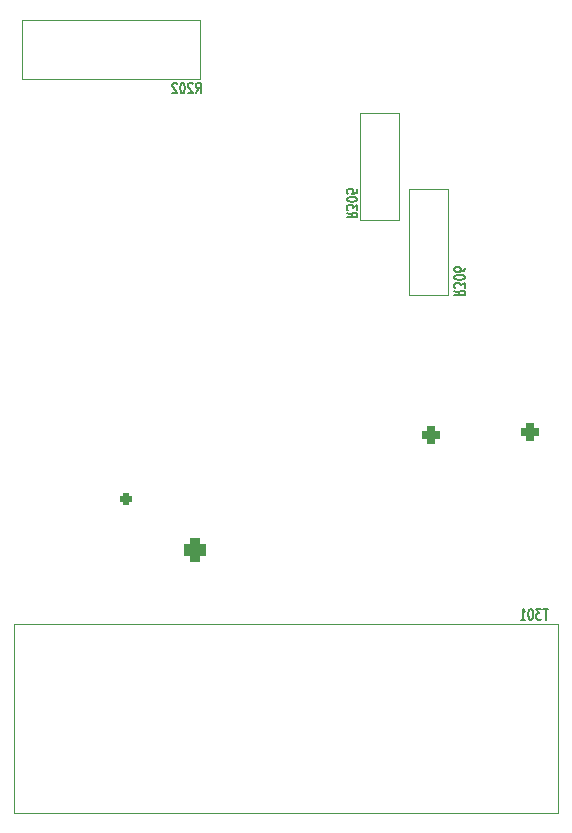
<source format=gbr>
%TF.GenerationSoftware,KiCad,Pcbnew,8.0.6-1.fc40*%
%TF.CreationDate,2024-12-16T09:47:34-08:00*%
%TF.ProjectId,energy_meter,656e6572-6779-45f6-9d65-7465722e6b69,0*%
%TF.SameCoordinates,Original*%
%TF.FileFunction,Legend,Bot*%
%TF.FilePolarity,Positive*%
%FSLAX46Y46*%
G04 Gerber Fmt 4.6, Leading zero omitted, Abs format (unit mm)*
G04 Created by KiCad (PCBNEW 8.0.6-1.fc40) date 2024-12-16 09:47:34*
%MOMM*%
%LPD*%
G01*
G04 APERTURE LIST*
G04 Aperture macros list*
%AMRoundRect*
0 Rectangle with rounded corners*
0 $1 Rounding radius*
0 $2 $3 $4 $5 $6 $7 $8 $9 X,Y pos of 4 corners*
0 Add a 4 corners polygon primitive as box body*
4,1,4,$2,$3,$4,$5,$6,$7,$8,$9,$2,$3,0*
0 Add four circle primitives for the rounded corners*
1,1,$1+$1,$2,$3*
1,1,$1+$1,$4,$5*
1,1,$1+$1,$6,$7*
1,1,$1+$1,$8,$9*
0 Add four rect primitives between the rounded corners*
20,1,$1+$1,$2,$3,$4,$5,0*
20,1,$1+$1,$4,$5,$6,$7,0*
20,1,$1+$1,$6,$7,$8,$9,0*
20,1,$1+$1,$8,$9,$2,$3,0*%
G04 Aperture macros list end*
%ADD10C,0.153000*%
%ADD11C,0.100000*%
%ADD12RoundRect,0.250000X0.250000X-0.250000X0.250000X0.250000X-0.250000X0.250000X-0.250000X-0.250000X0*%
%ADD13C,1.000000*%
%ADD14RoundRect,0.375000X-0.375000X0.375000X-0.375000X-0.375000X0.375000X-0.375000X0.375000X0.375000X0*%
%ADD15C,1.500000*%
%ADD16C,1.400000*%
%ADD17RoundRect,0.450000X-0.450000X-0.550000X0.450000X-0.550000X0.450000X0.550000X-0.450000X0.550000X0*%
%ADD18C,1.800000*%
%ADD19C,2.500000*%
G04 APERTURE END LIST*
D10*
X162200000Y-94258401D02*
X161800000Y-94258401D01*
X162000000Y-95158401D02*
X162000000Y-94258401D01*
X161633334Y-94258401D02*
X161200000Y-94258401D01*
X161200000Y-94258401D02*
X161433334Y-94601258D01*
X161433334Y-94601258D02*
X161333334Y-94601258D01*
X161333334Y-94601258D02*
X161266667Y-94644115D01*
X161266667Y-94644115D02*
X161233334Y-94686972D01*
X161233334Y-94686972D02*
X161200000Y-94772686D01*
X161200000Y-94772686D02*
X161200000Y-94986972D01*
X161200000Y-94986972D02*
X161233334Y-95072686D01*
X161233334Y-95072686D02*
X161266667Y-95115544D01*
X161266667Y-95115544D02*
X161333334Y-95158401D01*
X161333334Y-95158401D02*
X161533334Y-95158401D01*
X161533334Y-95158401D02*
X161600000Y-95115544D01*
X161600000Y-95115544D02*
X161633334Y-95072686D01*
X160766667Y-94258401D02*
X160700000Y-94258401D01*
X160700000Y-94258401D02*
X160633333Y-94301258D01*
X160633333Y-94301258D02*
X160600000Y-94344115D01*
X160600000Y-94344115D02*
X160566667Y-94429829D01*
X160566667Y-94429829D02*
X160533333Y-94601258D01*
X160533333Y-94601258D02*
X160533333Y-94815544D01*
X160533333Y-94815544D02*
X160566667Y-94986972D01*
X160566667Y-94986972D02*
X160600000Y-95072686D01*
X160600000Y-95072686D02*
X160633333Y-95115544D01*
X160633333Y-95115544D02*
X160700000Y-95158401D01*
X160700000Y-95158401D02*
X160766667Y-95158401D01*
X160766667Y-95158401D02*
X160833333Y-95115544D01*
X160833333Y-95115544D02*
X160866667Y-95072686D01*
X160866667Y-95072686D02*
X160900000Y-94986972D01*
X160900000Y-94986972D02*
X160933333Y-94815544D01*
X160933333Y-94815544D02*
X160933333Y-94601258D01*
X160933333Y-94601258D02*
X160900000Y-94429829D01*
X160900000Y-94429829D02*
X160866667Y-94344115D01*
X160866667Y-94344115D02*
X160833333Y-94301258D01*
X160833333Y-94301258D02*
X160766667Y-94258401D01*
X159866666Y-95158401D02*
X160266666Y-95158401D01*
X160066666Y-95158401D02*
X160066666Y-94258401D01*
X160066666Y-94258401D02*
X160133333Y-94386972D01*
X160133333Y-94386972D02*
X160200000Y-94472686D01*
X160200000Y-94472686D02*
X160266666Y-94515544D01*
X154241598Y-67308333D02*
X154670170Y-67541666D01*
X154241598Y-67708333D02*
X155141598Y-67708333D01*
X155141598Y-67708333D02*
X155141598Y-67441666D01*
X155141598Y-67441666D02*
X155098741Y-67375000D01*
X155098741Y-67375000D02*
X155055884Y-67341666D01*
X155055884Y-67341666D02*
X154970170Y-67308333D01*
X154970170Y-67308333D02*
X154841598Y-67308333D01*
X154841598Y-67308333D02*
X154755884Y-67341666D01*
X154755884Y-67341666D02*
X154713027Y-67375000D01*
X154713027Y-67375000D02*
X154670170Y-67441666D01*
X154670170Y-67441666D02*
X154670170Y-67708333D01*
X155141598Y-67075000D02*
X155141598Y-66641666D01*
X155141598Y-66641666D02*
X154798741Y-66875000D01*
X154798741Y-66875000D02*
X154798741Y-66775000D01*
X154798741Y-66775000D02*
X154755884Y-66708333D01*
X154755884Y-66708333D02*
X154713027Y-66675000D01*
X154713027Y-66675000D02*
X154627313Y-66641666D01*
X154627313Y-66641666D02*
X154413027Y-66641666D01*
X154413027Y-66641666D02*
X154327313Y-66675000D01*
X154327313Y-66675000D02*
X154284456Y-66708333D01*
X154284456Y-66708333D02*
X154241598Y-66775000D01*
X154241598Y-66775000D02*
X154241598Y-66975000D01*
X154241598Y-66975000D02*
X154284456Y-67041666D01*
X154284456Y-67041666D02*
X154327313Y-67075000D01*
X155141598Y-66208333D02*
X155141598Y-66141666D01*
X155141598Y-66141666D02*
X155098741Y-66074999D01*
X155098741Y-66074999D02*
X155055884Y-66041666D01*
X155055884Y-66041666D02*
X154970170Y-66008333D01*
X154970170Y-66008333D02*
X154798741Y-65974999D01*
X154798741Y-65974999D02*
X154584456Y-65974999D01*
X154584456Y-65974999D02*
X154413027Y-66008333D01*
X154413027Y-66008333D02*
X154327313Y-66041666D01*
X154327313Y-66041666D02*
X154284456Y-66074999D01*
X154284456Y-66074999D02*
X154241598Y-66141666D01*
X154241598Y-66141666D02*
X154241598Y-66208333D01*
X154241598Y-66208333D02*
X154284456Y-66274999D01*
X154284456Y-66274999D02*
X154327313Y-66308333D01*
X154327313Y-66308333D02*
X154413027Y-66341666D01*
X154413027Y-66341666D02*
X154584456Y-66374999D01*
X154584456Y-66374999D02*
X154798741Y-66374999D01*
X154798741Y-66374999D02*
X154970170Y-66341666D01*
X154970170Y-66341666D02*
X155055884Y-66308333D01*
X155055884Y-66308333D02*
X155098741Y-66274999D01*
X155098741Y-66274999D02*
X155141598Y-66208333D01*
X155141598Y-65374999D02*
X155141598Y-65508332D01*
X155141598Y-65508332D02*
X155098741Y-65574999D01*
X155098741Y-65574999D02*
X155055884Y-65608332D01*
X155055884Y-65608332D02*
X154927313Y-65674999D01*
X154927313Y-65674999D02*
X154755884Y-65708332D01*
X154755884Y-65708332D02*
X154413027Y-65708332D01*
X154413027Y-65708332D02*
X154327313Y-65674999D01*
X154327313Y-65674999D02*
X154284456Y-65641666D01*
X154284456Y-65641666D02*
X154241598Y-65574999D01*
X154241598Y-65574999D02*
X154241598Y-65441666D01*
X154241598Y-65441666D02*
X154284456Y-65374999D01*
X154284456Y-65374999D02*
X154327313Y-65341666D01*
X154327313Y-65341666D02*
X154413027Y-65308332D01*
X154413027Y-65308332D02*
X154627313Y-65308332D01*
X154627313Y-65308332D02*
X154713027Y-65341666D01*
X154713027Y-65341666D02*
X154755884Y-65374999D01*
X154755884Y-65374999D02*
X154798741Y-65441666D01*
X154798741Y-65441666D02*
X154798741Y-65574999D01*
X154798741Y-65574999D02*
X154755884Y-65641666D01*
X154755884Y-65641666D02*
X154713027Y-65674999D01*
X154713027Y-65674999D02*
X154627313Y-65708332D01*
X132383333Y-50608401D02*
X132616666Y-50179829D01*
X132783333Y-50608401D02*
X132783333Y-49708401D01*
X132783333Y-49708401D02*
X132516666Y-49708401D01*
X132516666Y-49708401D02*
X132450000Y-49751258D01*
X132450000Y-49751258D02*
X132416666Y-49794115D01*
X132416666Y-49794115D02*
X132383333Y-49879829D01*
X132383333Y-49879829D02*
X132383333Y-50008401D01*
X132383333Y-50008401D02*
X132416666Y-50094115D01*
X132416666Y-50094115D02*
X132450000Y-50136972D01*
X132450000Y-50136972D02*
X132516666Y-50179829D01*
X132516666Y-50179829D02*
X132783333Y-50179829D01*
X132116666Y-49794115D02*
X132083333Y-49751258D01*
X132083333Y-49751258D02*
X132016666Y-49708401D01*
X132016666Y-49708401D02*
X131850000Y-49708401D01*
X131850000Y-49708401D02*
X131783333Y-49751258D01*
X131783333Y-49751258D02*
X131750000Y-49794115D01*
X131750000Y-49794115D02*
X131716666Y-49879829D01*
X131716666Y-49879829D02*
X131716666Y-49965544D01*
X131716666Y-49965544D02*
X131750000Y-50094115D01*
X131750000Y-50094115D02*
X132150000Y-50608401D01*
X132150000Y-50608401D02*
X131716666Y-50608401D01*
X131283333Y-49708401D02*
X131216666Y-49708401D01*
X131216666Y-49708401D02*
X131149999Y-49751258D01*
X131149999Y-49751258D02*
X131116666Y-49794115D01*
X131116666Y-49794115D02*
X131083333Y-49879829D01*
X131083333Y-49879829D02*
X131049999Y-50051258D01*
X131049999Y-50051258D02*
X131049999Y-50265544D01*
X131049999Y-50265544D02*
X131083333Y-50436972D01*
X131083333Y-50436972D02*
X131116666Y-50522686D01*
X131116666Y-50522686D02*
X131149999Y-50565544D01*
X131149999Y-50565544D02*
X131216666Y-50608401D01*
X131216666Y-50608401D02*
X131283333Y-50608401D01*
X131283333Y-50608401D02*
X131349999Y-50565544D01*
X131349999Y-50565544D02*
X131383333Y-50522686D01*
X131383333Y-50522686D02*
X131416666Y-50436972D01*
X131416666Y-50436972D02*
X131449999Y-50265544D01*
X131449999Y-50265544D02*
X131449999Y-50051258D01*
X131449999Y-50051258D02*
X131416666Y-49879829D01*
X131416666Y-49879829D02*
X131383333Y-49794115D01*
X131383333Y-49794115D02*
X131349999Y-49751258D01*
X131349999Y-49751258D02*
X131283333Y-49708401D01*
X130783332Y-49794115D02*
X130749999Y-49751258D01*
X130749999Y-49751258D02*
X130683332Y-49708401D01*
X130683332Y-49708401D02*
X130516666Y-49708401D01*
X130516666Y-49708401D02*
X130449999Y-49751258D01*
X130449999Y-49751258D02*
X130416666Y-49794115D01*
X130416666Y-49794115D02*
X130383332Y-49879829D01*
X130383332Y-49879829D02*
X130383332Y-49965544D01*
X130383332Y-49965544D02*
X130416666Y-50094115D01*
X130416666Y-50094115D02*
X130816666Y-50608401D01*
X130816666Y-50608401D02*
X130383332Y-50608401D01*
X145141598Y-60708333D02*
X145570170Y-60941666D01*
X145141598Y-61108333D02*
X146041598Y-61108333D01*
X146041598Y-61108333D02*
X146041598Y-60841666D01*
X146041598Y-60841666D02*
X145998741Y-60775000D01*
X145998741Y-60775000D02*
X145955884Y-60741666D01*
X145955884Y-60741666D02*
X145870170Y-60708333D01*
X145870170Y-60708333D02*
X145741598Y-60708333D01*
X145741598Y-60708333D02*
X145655884Y-60741666D01*
X145655884Y-60741666D02*
X145613027Y-60775000D01*
X145613027Y-60775000D02*
X145570170Y-60841666D01*
X145570170Y-60841666D02*
X145570170Y-61108333D01*
X146041598Y-60475000D02*
X146041598Y-60041666D01*
X146041598Y-60041666D02*
X145698741Y-60275000D01*
X145698741Y-60275000D02*
X145698741Y-60175000D01*
X145698741Y-60175000D02*
X145655884Y-60108333D01*
X145655884Y-60108333D02*
X145613027Y-60075000D01*
X145613027Y-60075000D02*
X145527313Y-60041666D01*
X145527313Y-60041666D02*
X145313027Y-60041666D01*
X145313027Y-60041666D02*
X145227313Y-60075000D01*
X145227313Y-60075000D02*
X145184456Y-60108333D01*
X145184456Y-60108333D02*
X145141598Y-60175000D01*
X145141598Y-60175000D02*
X145141598Y-60375000D01*
X145141598Y-60375000D02*
X145184456Y-60441666D01*
X145184456Y-60441666D02*
X145227313Y-60475000D01*
X146041598Y-59608333D02*
X146041598Y-59541666D01*
X146041598Y-59541666D02*
X145998741Y-59474999D01*
X145998741Y-59474999D02*
X145955884Y-59441666D01*
X145955884Y-59441666D02*
X145870170Y-59408333D01*
X145870170Y-59408333D02*
X145698741Y-59374999D01*
X145698741Y-59374999D02*
X145484456Y-59374999D01*
X145484456Y-59374999D02*
X145313027Y-59408333D01*
X145313027Y-59408333D02*
X145227313Y-59441666D01*
X145227313Y-59441666D02*
X145184456Y-59474999D01*
X145184456Y-59474999D02*
X145141598Y-59541666D01*
X145141598Y-59541666D02*
X145141598Y-59608333D01*
X145141598Y-59608333D02*
X145184456Y-59674999D01*
X145184456Y-59674999D02*
X145227313Y-59708333D01*
X145227313Y-59708333D02*
X145313027Y-59741666D01*
X145313027Y-59741666D02*
X145484456Y-59774999D01*
X145484456Y-59774999D02*
X145698741Y-59774999D01*
X145698741Y-59774999D02*
X145870170Y-59741666D01*
X145870170Y-59741666D02*
X145955884Y-59708333D01*
X145955884Y-59708333D02*
X145998741Y-59674999D01*
X145998741Y-59674999D02*
X146041598Y-59608333D01*
X146041598Y-58741666D02*
X146041598Y-59074999D01*
X146041598Y-59074999D02*
X145613027Y-59108332D01*
X145613027Y-59108332D02*
X145655884Y-59074999D01*
X145655884Y-59074999D02*
X145698741Y-59008332D01*
X145698741Y-59008332D02*
X145698741Y-58841666D01*
X145698741Y-58841666D02*
X145655884Y-58774999D01*
X145655884Y-58774999D02*
X145613027Y-58741666D01*
X145613027Y-58741666D02*
X145527313Y-58708332D01*
X145527313Y-58708332D02*
X145313027Y-58708332D01*
X145313027Y-58708332D02*
X145227313Y-58741666D01*
X145227313Y-58741666D02*
X145184456Y-58774999D01*
X145184456Y-58774999D02*
X145141598Y-58841666D01*
X145141598Y-58841666D02*
X145141598Y-59008332D01*
X145141598Y-59008332D02*
X145184456Y-59074999D01*
X145184456Y-59074999D02*
X145227313Y-59108332D01*
%TO.C,T301*%
D11*
X163000000Y-95500000D02*
X117000000Y-95500000D01*
X117000000Y-111500000D01*
X163000000Y-111500000D01*
X163000000Y-95500000D01*
%TO.C,R306*%
X150450000Y-58700000D02*
X153750000Y-58700000D01*
X153750000Y-67700000D01*
X150450000Y-67700000D01*
X150450000Y-58700000D01*
%TO.C,R202*%
X132700000Y-44400000D02*
X117700000Y-44400000D01*
X117700000Y-49400000D01*
X132700000Y-49400000D01*
X132700000Y-44400000D01*
%TO.C,R305*%
X146250000Y-52300000D02*
X149550000Y-52300000D01*
X149550000Y-61300000D01*
X146250000Y-61300000D01*
X146250000Y-52300000D01*
%TD*%
%LPC*%
D12*
%TO.C,J401*%
X126500000Y-84980000D03*
D13*
X125230000Y-84980000D03*
X126500000Y-83710000D03*
X125230000Y-83710000D03*
X126500000Y-82440000D03*
X125230000Y-82440000D03*
X126500000Y-81170000D03*
X125230000Y-81170000D03*
X126500000Y-79900000D03*
X125230000Y-79900000D03*
%TD*%
D14*
%TO.C,C208*%
X160700000Y-79250000D03*
D15*
X160700000Y-81750000D03*
%TD*%
D16*
%TO.C,C203*%
X117950000Y-56300000D03*
X140450000Y-56300000D03*
%TD*%
D17*
%TO.C,J501*%
X132320000Y-89300000D03*
D18*
X134860000Y-89300000D03*
X137400000Y-89300000D03*
X139940000Y-89300000D03*
X142480000Y-89300000D03*
X145020000Y-89300000D03*
X147560000Y-89300000D03*
X150100000Y-89300000D03*
X152640000Y-89300000D03*
X155180000Y-89300000D03*
X157720000Y-89300000D03*
X160260000Y-89300000D03*
X162800000Y-89300000D03*
%TD*%
D14*
%TO.C,C207*%
X152300000Y-79550000D03*
D15*
X152300000Y-82050000D03*
%TD*%
D19*
%TO.C,T301*%
X140000000Y-108580000D03*
X157780000Y-98420000D03*
X122220000Y-98420000D03*
%TD*%
D15*
%TO.C,R306*%
X152100000Y-56950000D03*
X152100000Y-69450000D03*
%TD*%
D18*
%TO.C,R202*%
X135200000Y-46900000D03*
X115200000Y-46900000D03*
%TD*%
D15*
%TO.C,R305*%
X147900000Y-50550000D03*
X147900000Y-63050000D03*
%TD*%
%LPD*%
M02*

</source>
